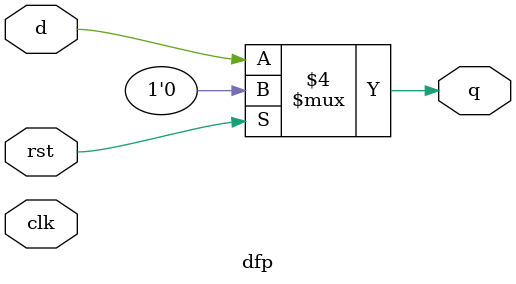
<source format=v>
`timescale 1ns / 1ps
module dfp(output reg q,
input d,input rst,input clk);
always @(*)
if(rst==1)
q = 0;
else 
 q = d;
endmodule

</source>
